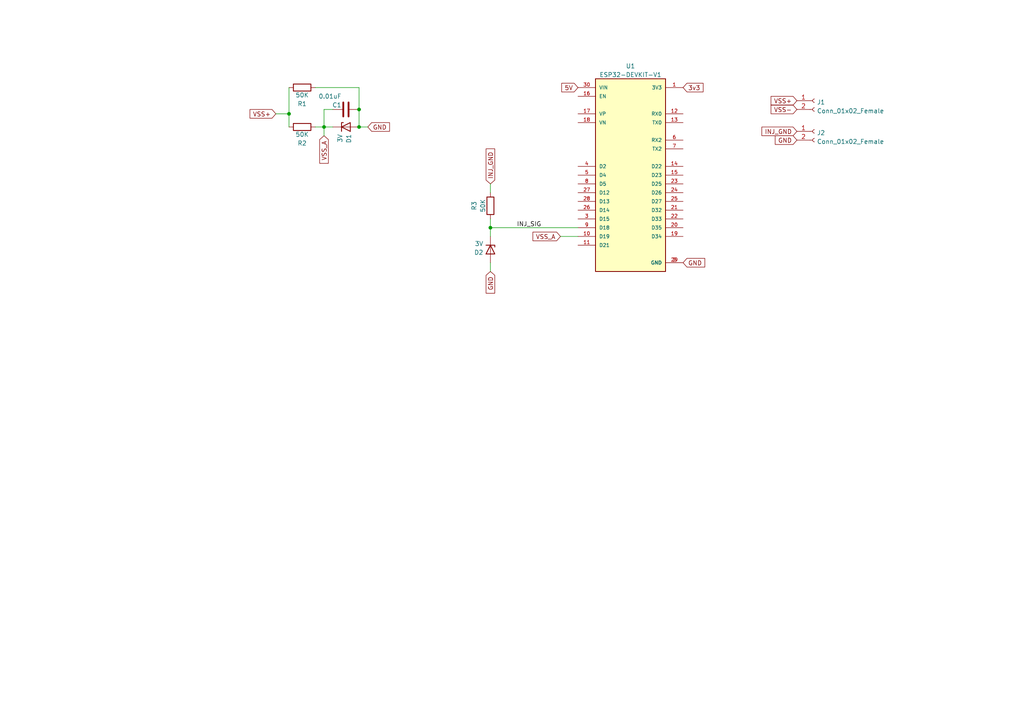
<source format=kicad_sch>
(kicad_sch (version 20211123) (generator eeschema)
  (paper "A4")
  (lib_symbols
    (symbol "Connector:Conn_01x02_Female" (pin_names (offset 1.016) hide)
      (property "Reference" "J" (at 0 2.54 0))
      (property "Value" "Conn_01x02_Female" (at 0 -5.08 0))
      (symbol "Conn_01x02_Female_1_1"
        (arc (start 0 -2.032) (mid -0.508 -2.54) (end 0 -3.048) (stroke (width 0.1524)))
        (polyline (pts (xy -1.27 -2.54) (xy -0.508 -2.54)) (stroke (width 0.1524)))
        (polyline (pts (xy -1.27 0) (xy -0.508 0)) (stroke (width 0.1524)))
        (arc (start 0 0.508) (mid -0.508 0) (end 0 -0.508) (stroke (width 0.1524)))
        (pin passive line (at -5.08 0 0) (length 3.81) (name "Pin_1") (number "1"))
        (pin passive line (at -5.08 -2.54 0) (length 3.81) (name "Pin_2") (number "2"))
      )
    )
    (symbol "Device:C" (pin_numbers hide) (pin_names (offset 0.254))
      (property "Reference" "C" (at 0.635 2.54 0))
      (property "Value" "C" (at 0.635 -2.54 0))
      (symbol "C_0_1"
        (polyline (pts (xy -2.032 -0.762) (xy 2.032 -0.762)) (stroke (width 0.508)))
        (polyline (pts (xy -2.032 0.762) (xy 2.032 0.762)) (stroke (width 0.508)))
      )
      (symbol "C_1_1"
        (pin passive line (at 0 3.81 270) (length 2.794) (name "~") (number "1"))
        (pin passive line (at 0 -3.81 90) (length 2.794) (name "~") (number "2"))
      )
    )
    (symbol "Device:D_Zener" (pin_numbers hide) (pin_names (offset 1.016) hide)
      (property "Reference" "D" (at 0 2.54 0))
      (property "Value" "D_Zener" (at 0 -2.54 0))
      (symbol "D_Zener_0_1"
        (polyline (pts (xy 1.27 0) (xy -1.27 0)))
        (polyline (pts (xy -1.27 -1.27) (xy -1.27 1.27) (xy -0.762 1.27)) (stroke (width 0.254)))
        (polyline (pts (xy 1.27 -1.27) (xy 1.27 1.27) (xy -1.27 0) (xy 1.27 -1.27)) (stroke (width 0.254)))
      )
      (symbol "D_Zener_1_1"
        (pin passive line (at -3.81 0 0) (length 2.54) (name "K") (number "1"))
        (pin passive line (at 3.81 0 180) (length 2.54) (name "A") (number "2"))
      )
    )
    (symbol "Device:R" (pin_numbers hide) (pin_names (offset 0))
      (property "Reference" "R" (at 2.032 0 90))
      (property "Value" "R" (at 0 0 90))
      (symbol "R_0_1"
        (rectangle (start -1.016 -2.54) (end 1.016 2.54) (stroke (width 0.254)))
      )
      (symbol "R_1_1"
        (pin passive line (at 0 3.81 270) (length 1.27) (name "~") (number "1"))
        (pin passive line (at 0 -3.81 90) (length 1.27) (name "~") (number "2"))
      )
    )
    (symbol "ESP32_Devkit:ESP32-DEVKIT-V1" (pin_names (offset 1.016))
      (property "Reference" "U" (at -10.16 30.48 0))
      (property "Value" "ESP32-DEVKIT-V1" (at -10.16 -30.48 0))
      (symbol "ESP32-DEVKIT-V1_0_0"
        (rectangle (start -10.16 -27.94) (end 10.16 27.94) (stroke (width 0.254)) (fill (type background)))
        (pin output line (at 15.24 25.4 180) (length 5.08) (name "3V3") (number "1"))
        (pin bidirectional line (at -15.24 -17.78 0) (length 5.08) (name "D19") (number "10"))
        (pin bidirectional line (at -15.24 -20.32 0) (length 5.08) (name "D21") (number "11"))
        (pin input line (at 15.24 17.78 180) (length 5.08) (name "RX0") (number "12"))
        (pin output line (at 15.24 15.24 180) (length 5.08) (name "TX0") (number "13"))
        (pin bidirectional line (at 15.24 2.54 180) (length 5.08) (name "D22") (number "14"))
        (pin bidirectional line (at 15.24 0 180) (length 5.08) (name "D23") (number "15"))
        (pin input line (at -15.24 22.86 0) (length 5.08) (name "EN") (number "16"))
        (pin bidirectional line (at -15.24 17.78 0) (length 5.08) (name "VP") (number "17"))
        (pin bidirectional line (at -15.24 15.24 0) (length 5.08) (name "VN") (number "18"))
        (pin bidirectional line (at 15.24 -17.78 180) (length 5.08) (name "D34") (number "19"))
        (pin power_in line (at 15.24 -25.4 180) (length 5.08) (name "GND") (number "2"))
        (pin bidirectional line (at 15.24 -15.24 180) (length 5.08) (name "D35") (number "20"))
        (pin bidirectional line (at 15.24 -10.16 180) (length 5.08) (name "D32") (number "21"))
        (pin bidirectional line (at 15.24 -12.7 180) (length 5.08) (name "D33") (number "22"))
        (pin bidirectional line (at 15.24 -2.54 180) (length 5.08) (name "D25") (number "23"))
        (pin bidirectional line (at 15.24 -5.08 180) (length 5.08) (name "D26") (number "24"))
        (pin bidirectional line (at 15.24 -7.62 180) (length 5.08) (name "D27") (number "25"))
        (pin bidirectional line (at -15.24 -10.16 0) (length 5.08) (name "D14") (number "26"))
        (pin bidirectional line (at -15.24 -5.08 0) (length 5.08) (name "D12") (number "27"))
        (pin bidirectional line (at -15.24 -7.62 0) (length 5.08) (name "D13") (number "28"))
        (pin power_in line (at 15.24 -25.4 180) (length 5.08) (name "GND") (number "29"))
        (pin bidirectional line (at -15.24 -12.7 0) (length 5.08) (name "D15") (number "3"))
        (pin input line (at -15.24 25.4 0) (length 5.08) (name "VIN") (number "30"))
        (pin bidirectional line (at -15.24 2.54 0) (length 5.08) (name "D2") (number "4"))
        (pin bidirectional line (at -15.24 0 0) (length 5.08) (name "D4") (number "5"))
        (pin input line (at 15.24 10.16 180) (length 5.08) (name "RX2") (number "6"))
        (pin output line (at 15.24 7.62 180) (length 5.08) (name "TX2") (number "7"))
        (pin bidirectional line (at -15.24 -2.54 0) (length 5.08) (name "D5") (number "8"))
        (pin bidirectional line (at -15.24 -15.24 0) (length 5.08) (name "D18") (number "9"))
      )
    )
  )
  (junction (at 104.14 36.83))
  (junction (at 93.98 36.83))
  (junction (at 104.14 31.75))
  (junction (at 142.24 66.04))
  (junction (at 83.82 33.02))
  (wire (pts (xy 104.14 36.83) (xy 106.68 36.83)))
  (wire (pts (xy 83.82 33.02) (xy 83.82 25.4)))
  (wire (pts (xy 93.98 36.83) (xy 93.98 39.37)))
  (wire (pts (xy 142.24 76.2) (xy 142.24 78.74)))
  (wire (pts (xy 91.44 25.4) (xy 104.14 25.4)))
  (wire (pts (xy 93.98 36.83) (xy 96.52 36.83)))
  (wire (pts (xy 93.98 36.83) (xy 93.98 31.75)))
  (wire (pts (xy 142.24 66.04) (xy 142.24 68.58)))
  (wire (pts (xy 80.01 33.02) (xy 83.82 33.02)))
  (wire (pts (xy 104.14 36.83) (xy 104.14 31.75)))
  (wire (pts (xy 142.24 53.34) (xy 142.24 55.88)))
  (wire (pts (xy 142.24 66.04) (xy 167.64 66.04)))
  (wire (pts (xy 142.24 63.5) (xy 142.24 66.04)))
  (wire (pts (xy 162.56 68.58) (xy 167.64 68.58)))
  (wire (pts (xy 91.44 36.83) (xy 93.98 36.83)))
  (wire (pts (xy 93.98 31.75) (xy 96.52 31.75)))
  (wire (pts (xy 104.14 31.75) (xy 104.14 25.4)))
  (wire (pts (xy 83.82 33.02) (xy 83.82 36.83)))
  (label "INJ_SIG" (at 149.86 66.04 0))
  (global_label "GND" (shape input) (at 198.12 76.2 0) (property "Intersheet References" "${INTERSHEET_REFS}" (effects hide)))
  (global_label "GND" (shape input) (at 106.68 36.83 0) (property "Intersheet References" "${INTERSHEET_REFS}" (effects hide)))
  (global_label "GND" (shape input) (at 231.14 40.64 180) (property "Intersheet References" "${INTERSHEET_REFS}" (effects hide)))
  (global_label "INJ_GND" (shape input) (at 142.24 53.34 90) (property "Intersheet References" "${INTERSHEET_REFS}" (effects hide)))
  (global_label "INJ_GND" (shape input) (at 231.14 38.1 180) (property "Intersheet References" "${INTERSHEET_REFS}" (effects hide)))
  (global_label "VSS+" (shape input) (at 231.14 29.21 180) (property "Intersheet References" "${INTERSHEET_REFS}" (effects hide)))
  (global_label "VSS+" (shape input) (at 80.01 33.02 180) (property "Intersheet References" "${INTERSHEET_REFS}" (effects hide)))
  (global_label "GND" (shape input) (at 142.24 78.74 270) (property "Intersheet References" "${INTERSHEET_REFS}" (effects hide)))
  (global_label "5V" (shape input) (at 167.64 25.4 180) (property "Intersheet References" "${INTERSHEET_REFS}" (effects hide)))
  (global_label "3v3" (shape input) (at 198.12 25.4 0) (property "Intersheet References" "${INTERSHEET_REFS}" (effects hide)))
  (global_label "VSS-" (shape input) (at 231.14 31.75 180) (property "Intersheet References" "${INTERSHEET_REFS}" (effects hide)))
  (global_label "VSS_A" (shape input) (at 93.98 39.37 270) (property "Intersheet References" "${INTERSHEET_REFS}" (effects hide)))
  (global_label "VSS_A" (shape input) (at 162.56 68.58 180) (property "Intersheet References" "${INTERSHEET_REFS}" (effects hide)))
  (symbol (lib_id "Device:C") (at 100.33 31.75 90) (unit 1)
    (property "Reference" "C1" (at 99.06 30.4769 90) (effects (justify left)))
    (property "Value" "0.01uF" (at 99.06 27.94 90) (effects (justify left)))
    (property "Footprint" "Capacitor_SMD:C_1206_3216Metric_Pad1.33x1.80mm_HandSolder" (effects hide))
  )
  (symbol (lib_id "Device:D_Zener") (at 142.24 72.39 270) (unit 1)
    (property "Reference" "D2" (at 140.208 73.2247 90) (effects (justify right)))
    (property "Value" "3V" (at 140.208 70.6878 90) (effects (justify right)))
    (property "Footprint" "Diode_SMD:D_SOD-123" (effects hide))
  )
  (symbol (lib_id "Device:R") (at 87.63 36.83 270) (unit 1)
    (property "Reference" "R2" (at 87.63 41.5458 90))
    (property "Value" "50K" (at 87.63 39.0089 90))
    (property "Footprint" "Resistor_SMD:R_1206_3216Metric_Pad1.30x1.75mm_HandSolder" (effects hide))
  )
  (symbol (lib_id "Connector:Conn_01x02_Female") (at 236.22 29.21 0) (unit 1)
    (property "Reference" "J1" (at 236.9312 29.6453 0) (effects (justify left)))
    (property "Value" "Conn_01x02_Female" (at 236.9312 32.1822 0) (effects (justify left)))
    (property "Footprint" "Connector_JST:JST_XH_B2B-XH-A_1x02_P2.50mm_Vertical" (effects hide))
  )
  (symbol (lib_id "Connector:Conn_01x02_Female") (at 236.22 38.1 0) (unit 1)
    (property "Reference" "J2" (at 236.9312 38.5353 0) (effects (justify left)))
    (property "Value" "Conn_01x02_Female" (at 236.9312 41.0722 0) (effects (justify left)))
    (property "Footprint" "Connector_JST:JST_XH_B2B-XH-A_1x02_P2.50mm_Vertical" (effects hide))
  )
  (symbol (lib_id "Device:D_Zener") (at 100.33 36.83 0) (unit 1)
    (property "Reference" "D1" (at 101.1647 38.862 90) (effects (justify right)))
    (property "Value" "3V" (at 98.6278 38.862 90) (effects (justify right)))
    (property "Footprint" "Diode_SMD:D_SOD-123" (effects hide))
  )
  (symbol (lib_id "Device:R") (at 142.24 59.69 180) (unit 1)
    (property "Reference" "R3" (at 137.5242 59.69 90))
    (property "Value" "50K" (at 140.0611 59.69 90))
    (property "Footprint" "Resistor_SMD:R_1206_3216Metric_Pad1.30x1.75mm_HandSolder" (effects hide))
  )
  (symbol (lib_id "Device:R") (at 87.63 25.4 270) (unit 1)
    (property "Reference" "R1" (at 87.63 30.1158 90))
    (property "Value" "50K" (at 87.63 27.5789 90))
    (property "Footprint" "Resistor_SMD:R_1206_3216Metric_Pad1.30x1.75mm_HandSolder" (effects hide))
  )
  (symbol (lib_id "ESP32_Devkit:ESP32-DEVKIT-V1") (at 182.88 50.8 0) (unit 1)
    (property "Reference" "U1" (at 182.88 19.1602 0))
    (property "Value" "ESP32-DEVKIT-V1" (at 182.88 21.6971 0))
    (property "Footprint" "ESP32_Devkit:MODULE_ESP32_DEVKIT_V1" (effects hide))
    (property "PARTREV" "N/A" (effects hide))
    (property "MANUFACTURER" "DOIT" (effects hide))
    (property "STANDARD" "Manufacturer Recommendations" (effects hide))
    (property "MAXIMUM_PACKAGE_HEIGHT" "6.8 mm" (effects hide))
  )
)
</source>
